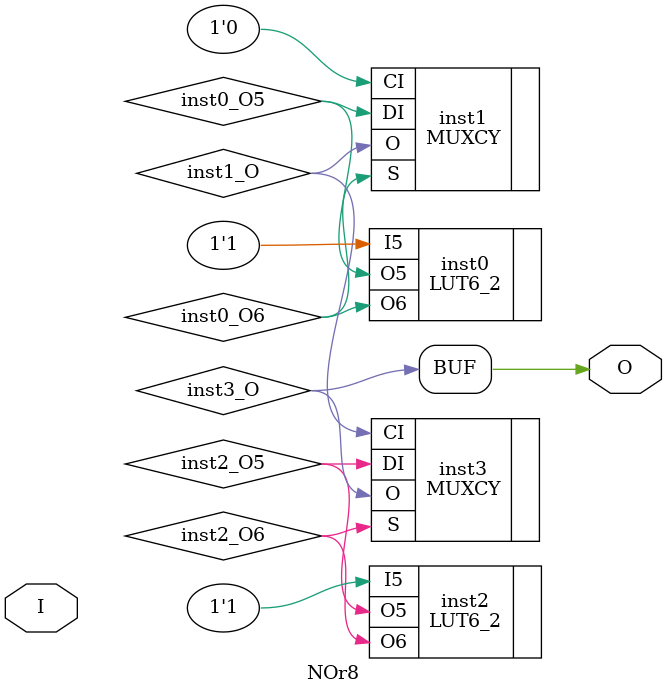
<source format=v>
module NOr8 (input [7:0] I, output  O);
wire  inst0_O5;
wire  inst0_O6;
wire  inst1_O;
wire  inst2_O5;
wire  inst2_O6;
wire  inst3_O;
LUT6_2 #(.INIT(64'h0001000100010000)) inst0 (.I5(1'b1), .O5(inst0_O5), .O6(inst0_O6));
MUXCY inst1 (.DI(inst0_O5), .CI(1'b0), .S(inst0_O6), .O(inst1_O));
LUT6_2 #(.INIT(64'h0001000100010000)) inst2 (.I5(1'b1), .O5(inst2_O5), .O6(inst2_O6));
MUXCY inst3 (.DI(inst2_O5), .CI(inst1_O), .S(inst2_O6), .O(inst3_O));
assign O = inst3_O;
endmodule


</source>
